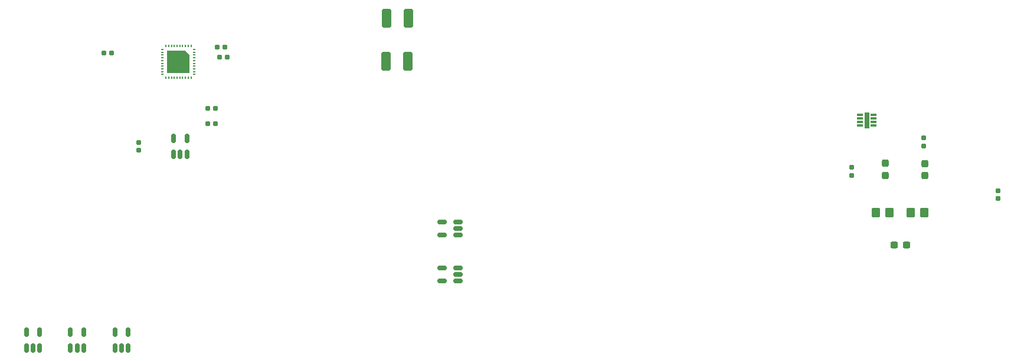
<source format=gbr>
%TF.GenerationSoftware,KiCad,Pcbnew,8.0.6*%
%TF.CreationDate,2025-04-07T11:26:50-07:00*%
%TF.ProjectId,csi_project,6373695f-7072-46f6-9a65-63742e6b6963,rev?*%
%TF.SameCoordinates,Original*%
%TF.FileFunction,Paste,Top*%
%TF.FilePolarity,Positive*%
%FSLAX46Y46*%
G04 Gerber Fmt 4.6, Leading zero omitted, Abs format (unit mm)*
G04 Created by KiCad (PCBNEW 8.0.6) date 2025-04-07 11:26:50*
%MOMM*%
%LPD*%
G01*
G04 APERTURE LIST*
G04 Aperture macros list*
%AMRoundRect*
0 Rectangle with rounded corners*
0 $1 Rounding radius*
0 $2 $3 $4 $5 $6 $7 $8 $9 X,Y pos of 4 corners*
0 Add a 4 corners polygon primitive as box body*
4,1,4,$2,$3,$4,$5,$6,$7,$8,$9,$2,$3,0*
0 Add four circle primitives for the rounded corners*
1,1,$1+$1,$2,$3*
1,1,$1+$1,$4,$5*
1,1,$1+$1,$6,$7*
1,1,$1+$1,$8,$9*
0 Add four rect primitives between the rounded corners*
20,1,$1+$1,$2,$3,$4,$5,0*
20,1,$1+$1,$4,$5,$6,$7,0*
20,1,$1+$1,$6,$7,$8,$9,0*
20,1,$1+$1,$8,$9,$2,$3,0*%
%AMOutline5P*
0 Free polygon, 5 corners , with rotation*
0 The origin of the aperture is its center*
0 number of corners: always 5*
0 $1 to $10 corner X, Y*
0 $11 Rotation angle, in degrees counterclockwise*
0 create outline with 5 corners*
4,1,5,$1,$2,$3,$4,$5,$6,$7,$8,$9,$10,$1,$2,$11*%
%AMOutline6P*
0 Free polygon, 6 corners , with rotation*
0 The origin of the aperture is its center*
0 number of corners: always 6*
0 $1 to $12 corner X, Y*
0 $13 Rotation angle, in degrees counterclockwise*
0 create outline with 6 corners*
4,1,6,$1,$2,$3,$4,$5,$6,$7,$8,$9,$10,$11,$12,$1,$2,$13*%
%AMOutline7P*
0 Free polygon, 7 corners , with rotation*
0 The origin of the aperture is its center*
0 number of corners: always 7*
0 $1 to $14 corner X, Y*
0 $15 Rotation angle, in degrees counterclockwise*
0 create outline with 7 corners*
4,1,7,$1,$2,$3,$4,$5,$6,$7,$8,$9,$10,$11,$12,$13,$14,$1,$2,$15*%
%AMOutline8P*
0 Free polygon, 8 corners , with rotation*
0 The origin of the aperture is its center*
0 number of corners: always 8*
0 $1 to $16 corner X, Y*
0 $17 Rotation angle, in degrees counterclockwise*
0 create outline with 8 corners*
4,1,8,$1,$2,$3,$4,$5,$6,$7,$8,$9,$10,$11,$12,$13,$14,$15,$16,$1,$2,$17*%
G04 Aperture macros list end*
%ADD10C,0.025400*%
%ADD11RoundRect,0.150000X0.150000X-0.512500X0.150000X0.512500X-0.150000X0.512500X-0.150000X-0.512500X0*%
%ADD12R,0.804800X0.300000*%
%ADD13RoundRect,0.150000X0.512500X0.150000X-0.512500X0.150000X-0.512500X-0.150000X0.512500X-0.150000X0*%
%ADD14RoundRect,0.155000X-0.212500X-0.155000X0.212500X-0.155000X0.212500X0.155000X-0.212500X0.155000X0*%
%ADD15RoundRect,0.237500X0.237500X-0.300000X0.237500X0.300000X-0.237500X0.300000X-0.237500X-0.300000X0*%
%ADD16RoundRect,0.250000X-0.350000X-0.450000X0.350000X-0.450000X0.350000X0.450000X-0.350000X0.450000X0*%
%ADD17RoundRect,0.237500X-0.300000X-0.237500X0.300000X-0.237500X0.300000X0.237500X-0.300000X0.237500X0*%
%ADD18RoundRect,0.155000X0.212500X0.155000X-0.212500X0.155000X-0.212500X-0.155000X0.212500X-0.155000X0*%
%ADD19RoundRect,0.250000X-0.412500X-1.100000X0.412500X-1.100000X0.412500X1.100000X-0.412500X1.100000X0*%
%ADD20RoundRect,0.155000X-0.155000X0.212500X-0.155000X-0.212500X0.155000X-0.212500X0.155000X0.212500X0*%
%ADD21RoundRect,0.155000X0.155000X-0.212500X0.155000X0.212500X-0.155000X0.212500X-0.155000X-0.212500X0*%
%ADD22RoundRect,0.160000X0.160000X-0.197500X0.160000X0.197500X-0.160000X0.197500X-0.160000X-0.197500X0*%
%ADD23RoundRect,0.237500X-0.237500X0.300000X-0.237500X-0.300000X0.237500X-0.300000X0.237500X0.300000X0*%
%ADD24Outline5P,-0.100000X0.160000X0.100000X0.160000X0.100000X-0.160000X-0.060000X-0.160000X-0.100000X-0.120000X0.000000*%
%ADD25R,0.200000X0.320000*%
%ADD26Outline5P,-0.100000X0.160000X0.100000X0.160000X0.100000X-0.120000X0.060000X-0.160000X-0.100000X-0.160000X0.000000*%
%ADD27Outline5P,-0.100000X0.160000X0.060000X0.160000X0.100000X0.120000X0.100000X-0.160000X-0.100000X-0.160000X90.000000*%
%ADD28R,0.320000X0.200000*%
%ADD29Outline5P,-0.100000X0.120000X-0.060000X0.160000X0.100000X0.160000X0.100000X-0.160000X-0.100000X-0.160000X90.000000*%
%ADD30Outline5P,-0.100000X0.160000X0.100000X0.160000X0.100000X-0.160000X-0.060000X-0.160000X-0.100000X-0.120000X180.000000*%
%ADD31Outline5P,-0.100000X0.160000X0.100000X0.160000X0.100000X-0.120000X0.060000X-0.160000X-0.100000X-0.160000X180.000000*%
%ADD32Outline5P,-0.100000X0.160000X0.060000X0.160000X0.100000X0.120000X0.100000X-0.160000X-0.100000X-0.160000X270.000000*%
%ADD33Outline5P,-0.100000X0.120000X-0.060000X0.160000X0.100000X0.160000X0.100000X-0.160000X-0.100000X-0.160000X270.000000*%
%ADD34Outline5P,-1.600000X1.600000X0.960000X1.600000X1.600000X0.960000X1.600000X-1.600000X-1.600000X-1.600000X0.000000*%
G04 APERTURE END LIST*
D10*
%TO.C,U1*%
X162152600Y-60550000D02*
X161542600Y-60550000D01*
X161542600Y-58350000D01*
X162152600Y-58350000D01*
X162152600Y-60550000D01*
G36*
X162152600Y-60550000D02*
G01*
X161542600Y-60550000D01*
X161542600Y-58350000D01*
X162152600Y-58350000D01*
X162152600Y-60550000D01*
G37*
%TD*%
D11*
%TO.C,U11*%
X41300000Y-92200000D03*
X42250000Y-92200000D03*
X43200000Y-92200000D03*
X43200000Y-89925000D03*
X41300000Y-89925000D03*
%TD*%
%TO.C,U13*%
X62400000Y-64400000D03*
X63350000Y-64400000D03*
X64300000Y-64400000D03*
X64300000Y-62125000D03*
X62400000Y-62125000D03*
%TD*%
D12*
%TO.C,U1*%
X160895200Y-58700000D03*
X160895200Y-59200000D03*
X160895200Y-59700000D03*
X160895200Y-60200000D03*
X162800000Y-60200000D03*
X162800000Y-59700000D03*
X162800000Y-59200000D03*
X162800000Y-58700000D03*
%TD*%
D13*
%TO.C,U10*%
X103200000Y-76000000D03*
X103200000Y-75050000D03*
X103200000Y-74100000D03*
X100925000Y-74100000D03*
X100925000Y-76000000D03*
%TD*%
D14*
%TO.C,C12*%
X67265000Y-60000000D03*
X68400000Y-60000000D03*
%TD*%
%TO.C,C6*%
X67265000Y-57800000D03*
X68400000Y-57800000D03*
%TD*%
D15*
%TO.C,C16*%
X170137500Y-67462500D03*
X170137500Y-65737500D03*
%TD*%
D16*
%TO.C,R5*%
X163125000Y-72800000D03*
X165125000Y-72800000D03*
%TD*%
%TO.C,R6*%
X168125000Y-72800000D03*
X170125000Y-72800000D03*
%TD*%
D11*
%TO.C,U15*%
X47600000Y-92200000D03*
X48550000Y-92200000D03*
X49500000Y-92200000D03*
X49500000Y-89925000D03*
X47600000Y-89925000D03*
%TD*%
D13*
%TO.C,U12*%
X103200000Y-82600000D03*
X103200000Y-81650000D03*
X103200000Y-80700000D03*
X100925000Y-80700000D03*
X100925000Y-82600000D03*
%TD*%
D14*
%TO.C,C13*%
X68665000Y-49000000D03*
X69800000Y-49000000D03*
%TD*%
D17*
%TO.C,C17*%
X165800000Y-77400000D03*
X167525000Y-77400000D03*
%TD*%
D18*
%TO.C,C19*%
X53535000Y-49800000D03*
X52400000Y-49800000D03*
%TD*%
D11*
%TO.C,U14*%
X54000000Y-92200000D03*
X54950000Y-92200000D03*
X55900000Y-92200000D03*
X55900000Y-89925000D03*
X54000000Y-89925000D03*
%TD*%
D19*
%TO.C,C9*%
X92875000Y-51000000D03*
X96000000Y-51000000D03*
%TD*%
D20*
%TO.C,C11*%
X57400000Y-62665000D03*
X57400000Y-63800000D03*
%TD*%
D21*
%TO.C,C14*%
X180632500Y-70767500D03*
X180632500Y-69632500D03*
%TD*%
D14*
%TO.C,C18*%
X69000000Y-50400000D03*
X70135000Y-50400000D03*
%TD*%
D20*
%TO.C,C15*%
X159675000Y-66265000D03*
X159675000Y-67400000D03*
%TD*%
D22*
%TO.C,R4*%
X170000000Y-63200000D03*
X170000000Y-62005000D03*
%TD*%
D23*
%TO.C,C10*%
X164475000Y-65675000D03*
X164475000Y-67400000D03*
%TD*%
D19*
%TO.C,C8*%
X92925000Y-44800000D03*
X96050000Y-44800000D03*
%TD*%
D24*
%TO.C,U2*%
X61300000Y-48810000D03*
X61700000Y-48810000D03*
X62100000Y-48810000D03*
X62500000Y-48810000D03*
D25*
X62900000Y-48810000D03*
X63300000Y-48810000D03*
D26*
X63700000Y-48810000D03*
X64100000Y-48810000D03*
X64500000Y-48810000D03*
X64900000Y-48810000D03*
D27*
X65390000Y-49300000D03*
X65390000Y-49700000D03*
X65390000Y-50100000D03*
X65390000Y-50500000D03*
D28*
X65390000Y-50900000D03*
X65390000Y-51300000D03*
D29*
X65390000Y-51700000D03*
X65390000Y-52100000D03*
X65390000Y-52500000D03*
X65390000Y-52900000D03*
D30*
X64900000Y-53390000D03*
X64500000Y-53390000D03*
X64100000Y-53390000D03*
X63700000Y-53390000D03*
D25*
X63300000Y-53390000D03*
D31*
X62500000Y-53390000D03*
X62100000Y-53390000D03*
X61700000Y-53390000D03*
D25*
X62900000Y-53390000D03*
D31*
X61300000Y-53390000D03*
D32*
X60810000Y-52900000D03*
X60810000Y-52500000D03*
X60810000Y-52100000D03*
X60810000Y-51700000D03*
D28*
X60810000Y-51300000D03*
X60810000Y-50900000D03*
D33*
X60810000Y-50500000D03*
X60810000Y-50100000D03*
X60810000Y-49700000D03*
X60810000Y-49300000D03*
D34*
X63100000Y-51100000D03*
%TD*%
M02*

</source>
